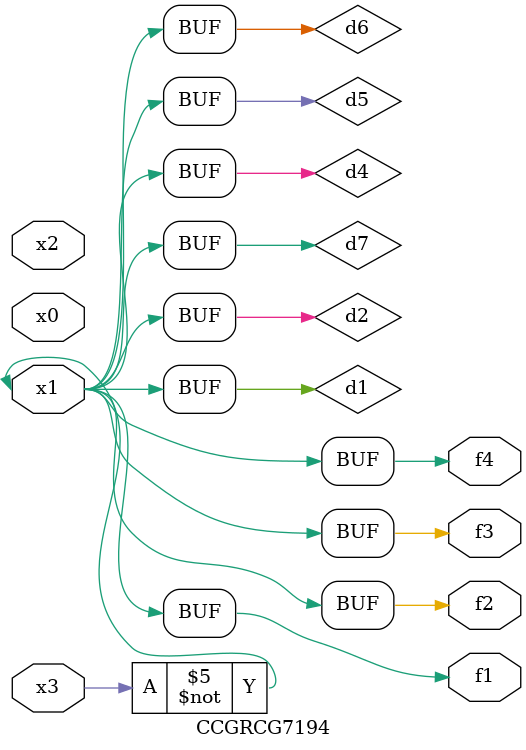
<source format=v>
module CCGRCG7194(
	input x0, x1, x2, x3,
	output f1, f2, f3, f4
);

	wire d1, d2, d3, d4, d5, d6, d7;

	not (d1, x3);
	buf (d2, x1);
	xnor (d3, d1, d2);
	nor (d4, d1);
	buf (d5, d1, d2);
	buf (d6, d4, d5);
	nand (d7, d4);
	assign f1 = d6;
	assign f2 = d7;
	assign f3 = d6;
	assign f4 = d6;
endmodule

</source>
